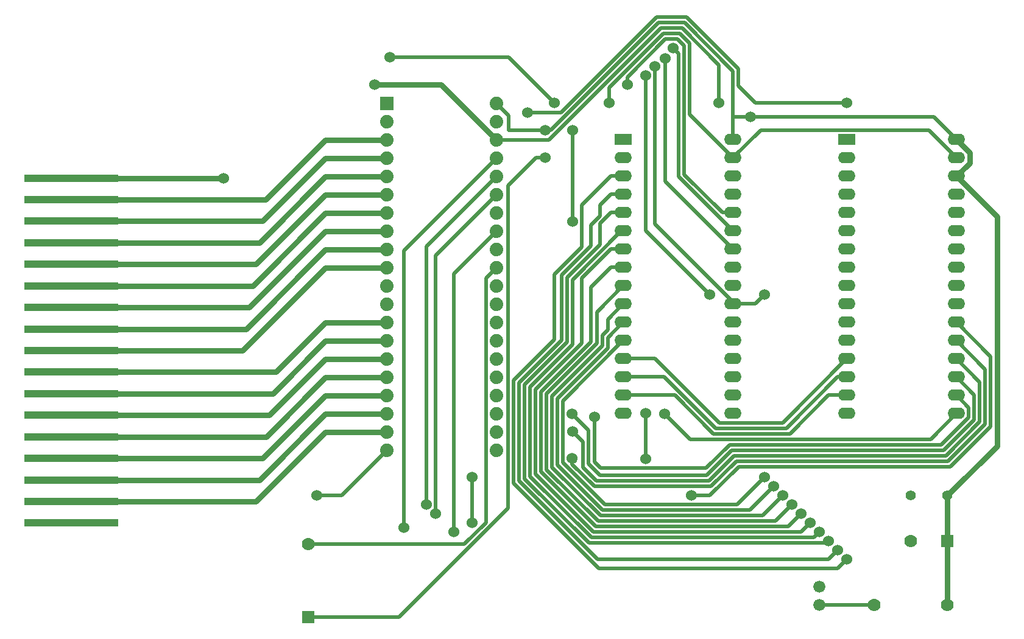
<source format=gtl>
G04 #@! TF.GenerationSoftware,KiCad,Pcbnew,5.1.10*
G04 #@! TF.CreationDate,2021-09-01T18:01:51-07:00*
G04 #@! TF.ProjectId,rx5cart,72783563-6172-4742-9e6b-696361645f70,1*
G04 #@! TF.SameCoordinates,Original*
G04 #@! TF.FileFunction,Copper,L1,Top*
G04 #@! TF.FilePolarity,Positive*
%FSLAX46Y46*%
G04 Gerber Fmt 4.6, Leading zero omitted, Abs format (unit mm)*
G04 Created by KiCad (PCBNEW 5.1.10) date 2021-09-01 18:01:51*
%MOMM*%
%LPD*%
G01*
G04 APERTURE LIST*
G04 #@! TA.AperFunction,ComponentPad*
%ADD10C,1.676400*%
G04 #@! TD*
G04 #@! TA.AperFunction,ComponentPad*
%ADD11O,2.400000X1.600000*%
G04 #@! TD*
G04 #@! TA.AperFunction,ComponentPad*
%ADD12R,2.400000X1.600000*%
G04 #@! TD*
G04 #@! TA.AperFunction,ComponentPad*
%ADD13R,1.879600X1.879600*%
G04 #@! TD*
G04 #@! TA.AperFunction,ComponentPad*
%ADD14C,1.879600*%
G04 #@! TD*
G04 #@! TA.AperFunction,ComponentPad*
%ADD15C,1.778000*%
G04 #@! TD*
G04 #@! TA.AperFunction,ConnectorPad*
%ADD16R,12.999720X1.099820*%
G04 #@! TD*
G04 #@! TA.AperFunction,ComponentPad*
%ADD17R,1.778000X1.778000*%
G04 #@! TD*
G04 #@! TA.AperFunction,ComponentPad*
%ADD18C,1.397000*%
G04 #@! TD*
G04 #@! TA.AperFunction,ViaPad*
%ADD19C,1.524000*%
G04 #@! TD*
G04 #@! TA.AperFunction,Conductor*
%ADD20C,0.762000*%
G04 #@! TD*
G04 #@! TA.AperFunction,Conductor*
%ADD21C,0.508000*%
G04 #@! TD*
G04 APERTURE END LIST*
D10*
X143510000Y-119380000D03*
X143510000Y-116840000D03*
D11*
X162560000Y-54626600D03*
X147320000Y-92726600D03*
X162560000Y-57166600D03*
X147320000Y-90186600D03*
X162560000Y-59706600D03*
X147320000Y-87646600D03*
X162560000Y-62246600D03*
X147320000Y-85106600D03*
X162560000Y-64786600D03*
X147320000Y-82566600D03*
X162560000Y-67326600D03*
X147320000Y-80026600D03*
X162560000Y-69866600D03*
X147320000Y-77486600D03*
X162560000Y-72406600D03*
X147320000Y-74946600D03*
X162560000Y-74946600D03*
X147320000Y-72406600D03*
X162560000Y-77486600D03*
X147320000Y-69866600D03*
X162560000Y-80026600D03*
X147320000Y-67326600D03*
X162560000Y-82566600D03*
X147320000Y-64786600D03*
X162560000Y-85106600D03*
X147320000Y-62246600D03*
X162560000Y-87646600D03*
X147320000Y-59706600D03*
X162560000Y-90186600D03*
X147320000Y-57166600D03*
X162560000Y-92726600D03*
D12*
X147320000Y-54626600D03*
D11*
X131496001Y-54626600D03*
X116256001Y-92726600D03*
X131496001Y-57166600D03*
X116256001Y-90186600D03*
X131496001Y-59706600D03*
X116256001Y-87646600D03*
X131496001Y-62246600D03*
X116256001Y-85106600D03*
X131496001Y-64786600D03*
X116256001Y-82566600D03*
X131496001Y-67326600D03*
X116256001Y-80026600D03*
X131496001Y-69866600D03*
X116256001Y-77486600D03*
X131496001Y-72406600D03*
X116256001Y-74946600D03*
X131496001Y-74946600D03*
X116256001Y-72406600D03*
X131496001Y-77486600D03*
X116256001Y-69866600D03*
X131496001Y-80026600D03*
X116256001Y-67326600D03*
X131496001Y-82566600D03*
X116256001Y-64786600D03*
X131496001Y-85106600D03*
X116256001Y-62246600D03*
X131496001Y-87646600D03*
X116256001Y-59706600D03*
X131496001Y-90186600D03*
X116256001Y-57166600D03*
X131496001Y-92726600D03*
D12*
X116256001Y-54626600D03*
D13*
X83365340Y-49593500D03*
D14*
X83365340Y-52133500D03*
X83365340Y-54673500D03*
X83365340Y-57213500D03*
X83365340Y-59753500D03*
X83365340Y-62293500D03*
X83365340Y-64833500D03*
X83365340Y-67373500D03*
X83365340Y-69913500D03*
X83365340Y-72453500D03*
X83365340Y-74993500D03*
X83365340Y-77533500D03*
X83365340Y-80073500D03*
X83365340Y-82613500D03*
X83365340Y-85153500D03*
X83365340Y-87693500D03*
X83365340Y-90233500D03*
X83365340Y-92773500D03*
X83365340Y-95313500D03*
X83365340Y-97853500D03*
X98605340Y-97853500D03*
X98605340Y-95313500D03*
X98605340Y-92773500D03*
X98605340Y-90233500D03*
X98605340Y-87693500D03*
X98605340Y-85153500D03*
X98605340Y-82613500D03*
X98605340Y-80073500D03*
X98605340Y-77533500D03*
X98605340Y-74993500D03*
X98605340Y-72453500D03*
X98605340Y-69913500D03*
X98605340Y-67373500D03*
X98605340Y-64833500D03*
X98605340Y-62293500D03*
X98605340Y-59753500D03*
X98605340Y-57213500D03*
X98605340Y-54673500D03*
X98605340Y-52133500D03*
X98605340Y-49593500D03*
D15*
X161290000Y-119380000D03*
X151130000Y-119380000D03*
D16*
X39509700Y-59969400D03*
X39509700Y-62969140D03*
X39509700Y-65971420D03*
X39509700Y-68971160D03*
X39509700Y-71970900D03*
X39509700Y-74970640D03*
X39509700Y-77970380D03*
X39509700Y-80970120D03*
X39509700Y-83969860D03*
X39509700Y-86969600D03*
X39509700Y-89969340D03*
X39509700Y-92969080D03*
X39509700Y-95971360D03*
X39509700Y-98971100D03*
X39509700Y-101970840D03*
X39509700Y-104970580D03*
X39509700Y-107970320D03*
D15*
X72443340Y-110934500D03*
D17*
X72443340Y-121094500D03*
D18*
X161290000Y-104140000D03*
X156210000Y-104140000D03*
D17*
X161290000Y-110490000D03*
D15*
X156210000Y-110490000D03*
D19*
X135890000Y-101600000D03*
X137160000Y-102870000D03*
X120650000Y-44450000D03*
X135890000Y-76200000D03*
X119380000Y-45720000D03*
X128270000Y-76200000D03*
X146050000Y-111760000D03*
X116840000Y-46990000D03*
X147320000Y-113030000D03*
X73660000Y-104140000D03*
X114300000Y-49530000D03*
X92710000Y-109220000D03*
X102933500Y-50863500D03*
X147320000Y-49530000D03*
X138430000Y-104140000D03*
X139700000Y-105410000D03*
X140970000Y-106680000D03*
X142240000Y-107950000D03*
X143510000Y-109220000D03*
X144780000Y-110490000D03*
X123190000Y-41910000D03*
X122073999Y-43333999D03*
X121974610Y-92764610D03*
X112213380Y-93163380D03*
X109134558Y-92795442D03*
X109220000Y-95250000D03*
X109156500Y-98996500D03*
X109220000Y-66040000D03*
X109220000Y-53340000D03*
X106680000Y-49530000D03*
X83820000Y-43180000D03*
X119380000Y-92710000D03*
X119380000Y-99060000D03*
X95250000Y-101600000D03*
X95250000Y-107950000D03*
X105410000Y-53340000D03*
X105410000Y-57150000D03*
X133933999Y-51486001D03*
X88900000Y-105410000D03*
X90170000Y-106680000D03*
X125730000Y-104140000D03*
X85725000Y-108585000D03*
X60680600Y-59969400D03*
X81670207Y-46990000D03*
X129540000Y-49530000D03*
D20*
X39509700Y-62969140D02*
X66570860Y-62969140D01*
X74866500Y-54673500D02*
X83365340Y-54673500D01*
X66570860Y-62969140D02*
X74866500Y-54673500D01*
D21*
X107864557Y-99584159D02*
X113690398Y-105410000D01*
X107864557Y-90958044D02*
X107864557Y-99584159D01*
X116256001Y-82566600D02*
X107864557Y-90958044D01*
X113690398Y-105410000D02*
X132080000Y-105410000D01*
X132080000Y-105410000D02*
X135890000Y-101600000D01*
X135890000Y-101600000D02*
X135890000Y-101600000D01*
D20*
X39509700Y-65971420D02*
X66108580Y-65971420D01*
X74866500Y-57213500D02*
X83365340Y-57213500D01*
X66108580Y-65971420D02*
X74866500Y-57213500D01*
D21*
X116256001Y-80026600D02*
X114112478Y-82170123D01*
X114112478Y-82170123D02*
X114112478Y-83632478D01*
X113374764Y-106172010D02*
X133857990Y-106172010D01*
X107102547Y-99899793D02*
X113374764Y-106172010D01*
X107102547Y-90642410D02*
X107102547Y-99899793D01*
X114112478Y-83632478D02*
X107102547Y-90642410D01*
X133857990Y-106172010D02*
X137160000Y-102870000D01*
X137160000Y-102870000D02*
X137160000Y-102870000D01*
D20*
X39509700Y-92969080D02*
X67050920Y-92969080D01*
X74866500Y-85153500D02*
X83365340Y-85153500D01*
X67050920Y-92969080D02*
X74866500Y-85153500D01*
D21*
X131496001Y-77196405D02*
X131496001Y-77486600D01*
X120650000Y-66350404D02*
X131496001Y-77196405D01*
X120650000Y-44450000D02*
X120650000Y-66350404D01*
X131496001Y-77486600D02*
X134603400Y-77486600D01*
X134603400Y-77486600D02*
X135890000Y-76200000D01*
X135890000Y-76200000D02*
X135890000Y-76200000D01*
D20*
X39509700Y-95971360D02*
X66588640Y-95971360D01*
X74866500Y-87693500D02*
X83365340Y-87693500D01*
X66588640Y-95971360D02*
X74866500Y-87693500D01*
D21*
X119380000Y-45720000D02*
X119380000Y-67310000D01*
X119380000Y-67310000D02*
X128270000Y-76200000D01*
X128270000Y-76200000D02*
X128270000Y-76200000D01*
D20*
X39509700Y-98971100D02*
X66128900Y-98971100D01*
X74866500Y-90233500D02*
X83365340Y-90233500D01*
X66128900Y-98971100D02*
X74866500Y-90233500D01*
D21*
X113030000Y-63764601D02*
X113030000Y-65226957D01*
X114548001Y-62246600D02*
X113030000Y-63764601D01*
X116256001Y-62246600D02*
X114548001Y-62246600D01*
X111760000Y-66496957D02*
X111760000Y-69421669D01*
X113030000Y-65226957D02*
X111760000Y-66496957D01*
X111760000Y-69421669D02*
X107695980Y-73485689D01*
X107695980Y-73485689D02*
X107695980Y-82495800D01*
X101768477Y-102109231D02*
X101768479Y-102109233D01*
X101768477Y-88423303D02*
X101768477Y-102109231D01*
X107695980Y-82495800D02*
X101768477Y-88423303D01*
X101768479Y-102109233D02*
X110319623Y-110660377D01*
X110319623Y-110660377D02*
X112689246Y-113030000D01*
X112689246Y-113030000D02*
X144780000Y-113030000D01*
X144780000Y-113030000D02*
X146050000Y-111760000D01*
X146050000Y-111760000D02*
X146050000Y-111760000D01*
D20*
X39509700Y-101970840D02*
X65669160Y-101970840D01*
X74866500Y-92773500D02*
X83365340Y-92773500D01*
X65669160Y-101970840D02*
X74866500Y-92773500D01*
D21*
X122112371Y-40639999D02*
X123799601Y-40639999D01*
X116840000Y-45912370D02*
X122112371Y-40639999D01*
X123799601Y-40639999D02*
X124714009Y-41554407D01*
X116840000Y-46990000D02*
X116840000Y-45912370D01*
X124714009Y-41554407D02*
X124714009Y-59466964D01*
X130033645Y-64786600D02*
X131496001Y-64786600D01*
X124714009Y-59466964D02*
X130033645Y-64786600D01*
D20*
X39509700Y-104970580D02*
X65209420Y-104970580D01*
X74866500Y-95313500D02*
X83365340Y-95313500D01*
X65209420Y-104970580D02*
X74866500Y-95313500D01*
D21*
X110490000Y-63764601D02*
X110490000Y-69614025D01*
X114548001Y-59706600D02*
X110490000Y-63764601D01*
X116256001Y-59706600D02*
X114548001Y-59706600D01*
X106680000Y-73424025D02*
X106680000Y-82434136D01*
X110490000Y-69614025D02*
X106680000Y-73424025D01*
X101006467Y-88107669D02*
X101006467Y-102424865D01*
X101006467Y-102424865D02*
X112881602Y-114300000D01*
X106680000Y-82434136D02*
X101006467Y-88107669D01*
X112881602Y-114300000D02*
X146050000Y-114300000D01*
X146050000Y-114300000D02*
X147320000Y-113030000D01*
X147320000Y-113030000D02*
X147320000Y-113030000D01*
X77078840Y-104140000D02*
X83365340Y-97853500D01*
X73660000Y-104140000D02*
X77078840Y-104140000D01*
X121796737Y-39877989D02*
X124115235Y-39877989D01*
X114300000Y-47374726D02*
X121796737Y-39877989D01*
X114300000Y-49530000D02*
X114300000Y-47374726D01*
X125476017Y-51146616D02*
X131496001Y-57166600D01*
X125476017Y-41238771D02*
X125476017Y-51146616D01*
X124115235Y-39877989D02*
X125476017Y-41238771D01*
X158711999Y-53318599D02*
X162560000Y-57166600D01*
X135344002Y-53318599D02*
X158711999Y-53318599D01*
X131496001Y-57166600D02*
X135344002Y-53318599D01*
X92710000Y-73268840D02*
X98605340Y-67373500D01*
X92710000Y-109220000D02*
X92710000Y-73268840D01*
X144780000Y-49530000D02*
X147320000Y-49530000D01*
X134620000Y-49530000D02*
X144780000Y-49530000D01*
X132258011Y-47168011D02*
X134620000Y-49530000D01*
X132258011Y-44787833D02*
X132258011Y-47168011D01*
X125062139Y-37591961D02*
X132258011Y-44787833D01*
X120849833Y-37591961D02*
X125062139Y-37591961D01*
X107578294Y-50863500D02*
X120849833Y-37591961D01*
X102933500Y-50863500D02*
X107578294Y-50863500D01*
D20*
X39509700Y-68971160D02*
X65648840Y-68971160D01*
X74866500Y-59753500D02*
X83365340Y-59753500D01*
X65648840Y-68971160D02*
X74866500Y-59753500D01*
D21*
X116256001Y-77486600D02*
X114112478Y-79630123D01*
X114112478Y-79630123D02*
X114112478Y-81092479D01*
X113350470Y-81854487D02*
X113350470Y-83316843D01*
X114112478Y-81092479D02*
X113350470Y-81854487D01*
X106340537Y-100215427D02*
X113059130Y-106934020D01*
X106340537Y-90326776D02*
X106340537Y-100215427D01*
X113350470Y-83316843D02*
X106340537Y-90326776D01*
X113059130Y-106934020D02*
X135635980Y-106934020D01*
X135635980Y-106934020D02*
X138430000Y-104140000D01*
X138430000Y-104140000D02*
X138430000Y-104140000D01*
D20*
X39509700Y-71970900D02*
X65189100Y-71970900D01*
X74866500Y-62293500D02*
X83365340Y-62293500D01*
X65189100Y-71970900D02*
X74866500Y-62293500D01*
D21*
X116256001Y-74946600D02*
X112588460Y-78614141D01*
X112588460Y-78614141D02*
X112588460Y-81538853D01*
X112588460Y-81538853D02*
X112588460Y-82991540D01*
X112588460Y-82991540D02*
X105578527Y-90001473D01*
X112743496Y-107696030D02*
X137413970Y-107696030D01*
X105578527Y-100531061D02*
X112743496Y-107696030D01*
X105578527Y-90001473D02*
X105578527Y-100531061D01*
X137413970Y-107696030D02*
X139700000Y-105410000D01*
X139700000Y-105410000D02*
X139700000Y-105410000D01*
D20*
X39509700Y-74970640D02*
X64729360Y-74970640D01*
X74866500Y-64833500D02*
X83365340Y-64833500D01*
X64729360Y-74970640D02*
X74866500Y-64833500D01*
D21*
X114548001Y-72406600D02*
X111760000Y-75194601D01*
X116256001Y-72406600D02*
X114548001Y-72406600D01*
X111760000Y-75194601D02*
X111760000Y-80010000D01*
X111760000Y-82742356D02*
X104816517Y-89685839D01*
X111760000Y-80010000D02*
X111760000Y-82742356D01*
X112427862Y-108458040D02*
X139191960Y-108458040D01*
X104816517Y-100846695D02*
X112427862Y-108458040D01*
X104816517Y-89685839D02*
X104816517Y-100846695D01*
X139191960Y-108458040D02*
X140970000Y-106680000D01*
X140970000Y-106680000D02*
X140970000Y-106680000D01*
D20*
X39509700Y-77970380D02*
X64269620Y-77970380D01*
X74866500Y-67373500D02*
X83365340Y-67373500D01*
X64269620Y-77970380D02*
X74866500Y-67373500D01*
D21*
X110490000Y-73924601D02*
X110490000Y-82934712D01*
X114548001Y-69866600D02*
X110490000Y-73924601D01*
X116256001Y-69866600D02*
X114548001Y-69866600D01*
X104054507Y-101162329D02*
X112112228Y-109220050D01*
X104054507Y-89370205D02*
X104054507Y-101162329D01*
X110490000Y-82934712D02*
X104054507Y-89370205D01*
X112112228Y-109220050D02*
X140969950Y-109220050D01*
X140969950Y-109220050D02*
X142240000Y-107950000D01*
X142240000Y-107950000D02*
X142240000Y-107950000D01*
D20*
X39509700Y-80970120D02*
X63809880Y-80970120D01*
X74866500Y-69913500D02*
X83365340Y-69913500D01*
X63809880Y-80970120D02*
X74866500Y-69913500D01*
D21*
X116256001Y-67326600D02*
X116010357Y-67326600D01*
X109220000Y-74116957D02*
X109220000Y-83127068D01*
X116010357Y-67326600D02*
X109220000Y-74116957D01*
X103292497Y-101477963D02*
X103292499Y-101477965D01*
X103292497Y-89054571D02*
X103292497Y-101477963D01*
X109220000Y-83127068D02*
X103292497Y-89054571D01*
X111796594Y-109982060D02*
X142747940Y-109982060D01*
X103292499Y-101477965D02*
X111796594Y-109982060D01*
X142747940Y-109982060D02*
X143510000Y-109220000D01*
X143510000Y-109220000D02*
X143510000Y-109220000D01*
D20*
X39509700Y-83969860D02*
X63350140Y-83969860D01*
X74866500Y-72453500D02*
X83365340Y-72453500D01*
X63350140Y-83969860D02*
X74866500Y-72453500D01*
D21*
X113030000Y-66304601D02*
X113030000Y-69229313D01*
X114548001Y-64786600D02*
X113030000Y-66304601D01*
X116256001Y-64786600D02*
X114548001Y-64786600D01*
X113030000Y-69229313D02*
X108909656Y-73349657D01*
X108457990Y-73801323D02*
X108457990Y-82811434D01*
X108909656Y-73349657D02*
X108457990Y-73801323D01*
X108457990Y-82811434D02*
X102530487Y-88738937D01*
X111480960Y-110744070D02*
X144525930Y-110744070D01*
X102530487Y-101793597D02*
X111480960Y-110744070D01*
X102530487Y-88738937D02*
X102530487Y-101793597D01*
X144525930Y-110744070D02*
X144780000Y-110490000D01*
X144780000Y-110490000D02*
X144780000Y-110490000D01*
D20*
X39509700Y-86969600D02*
X67970400Y-86969600D01*
X74866500Y-80073500D02*
X83365340Y-80073500D01*
X67970400Y-86969600D02*
X74866500Y-80073500D01*
D21*
X123951999Y-59782598D02*
X131496001Y-67326600D01*
X123951999Y-42671999D02*
X123951999Y-59782598D01*
X123190000Y-41910000D02*
X123951999Y-42671999D01*
D20*
X39509700Y-89969340D02*
X67510660Y-89969340D01*
X74866500Y-82613500D02*
X83365340Y-82613500D01*
X67510660Y-89969340D02*
X74866500Y-82613500D01*
D21*
X122073999Y-60444598D02*
X131496001Y-69866600D01*
X122073999Y-43333999D02*
X122073999Y-60444598D01*
X116256001Y-85106600D02*
X120666600Y-85106600D01*
X138391990Y-94034610D02*
X147320000Y-85106600D01*
X129594610Y-94034610D02*
X138391990Y-94034610D01*
X120666600Y-85106600D02*
X129594610Y-94034610D01*
X116256001Y-87646600D02*
X121936600Y-87646600D01*
X129086620Y-94796620D02*
X138883380Y-94796620D01*
X121936600Y-87646600D02*
X129086620Y-94796620D01*
X138883380Y-94796620D02*
X146050000Y-87630000D01*
X146066600Y-87646600D02*
X147320000Y-87646600D01*
X146050000Y-87630000D02*
X146066600Y-87646600D01*
X123398956Y-90186600D02*
X128770986Y-95558630D01*
X116256001Y-90186600D02*
X123398956Y-90186600D01*
X128770986Y-95558630D02*
X139391370Y-95558630D01*
X144763400Y-90186600D02*
X147320000Y-90186600D01*
X139391370Y-95558630D02*
X144763400Y-90186600D01*
X158965960Y-96320640D02*
X162560000Y-92726600D01*
X125530640Y-96320640D02*
X158965960Y-96320640D01*
X121974610Y-92764610D02*
X125530640Y-96320640D01*
X112213380Y-99451716D02*
X112213380Y-93163380D01*
X113091664Y-100330000D02*
X112213380Y-99451716D01*
X127769424Y-100330000D02*
X113091664Y-100330000D01*
X131016774Y-97082650D02*
X127769424Y-100330000D01*
X160453755Y-97082650D02*
X131016774Y-97082650D01*
X164268010Y-91894610D02*
X164268010Y-93268395D01*
X164268010Y-93268395D02*
X160453755Y-97082650D01*
X162560000Y-90186600D02*
X164268010Y-91894610D01*
X165030020Y-90116620D02*
X162560000Y-87646600D01*
X165030020Y-93584029D02*
X165030020Y-90116620D01*
X160769389Y-97844660D02*
X165030020Y-93584029D01*
X131332408Y-97844660D02*
X127831088Y-101345980D01*
X160769389Y-97844660D02*
X131332408Y-97844660D01*
X127831088Y-101345980D02*
X113030000Y-101345980D01*
X111389853Y-95050737D02*
X109134558Y-92795442D01*
X111389853Y-99705833D02*
X111389853Y-95050737D01*
X113030000Y-101345980D02*
X111389853Y-99705833D01*
X161085023Y-98606670D02*
X161085025Y-98606668D01*
X165792028Y-88338628D02*
X162560000Y-85106600D01*
X165792028Y-93899665D02*
X165792028Y-88338628D01*
X161085023Y-98606670D02*
X165792028Y-93899665D01*
X161085023Y-98606670D02*
X131648042Y-98606670D01*
X131648042Y-98606670D02*
X128146722Y-102107990D01*
X128146722Y-102107990D02*
X112543676Y-102107990D01*
X112543676Y-102107990D02*
X110627843Y-100192157D01*
X110627843Y-96657843D02*
X109220000Y-95250000D01*
X110627843Y-100192157D02*
X110627843Y-96657843D01*
X109528680Y-99368680D02*
X109156500Y-98996500D01*
X166554038Y-94215299D02*
X161400657Y-99368680D01*
X166554038Y-86560638D02*
X166554038Y-94215299D01*
X162560000Y-82566600D02*
X166554038Y-86560638D01*
X131963676Y-99368680D02*
X128462356Y-102870000D01*
X161400657Y-99368680D02*
X131963676Y-99368680D01*
X128462356Y-102870000D02*
X112228042Y-102870000D01*
X109156500Y-99798458D02*
X109156500Y-98996500D01*
X112228042Y-102870000D02*
X109156500Y-99798458D01*
X109220000Y-66040000D02*
X109220000Y-53340000D01*
X109220000Y-53340000D02*
X109220000Y-53340000D01*
X106680000Y-49530000D02*
X100330000Y-43180000D01*
X100330000Y-43180000D02*
X83820000Y-43180000D01*
X83820000Y-43180000D02*
X83820000Y-43180000D01*
X119380000Y-92710000D02*
X119380000Y-99060000D01*
X119380000Y-99060000D02*
X119380000Y-99060000D01*
X95250000Y-101600000D02*
X95250000Y-107950000D01*
X95250000Y-107950000D02*
X95250000Y-107950000D01*
X121165467Y-38353971D02*
X124746505Y-38353971D01*
X106179438Y-53340000D02*
X121165467Y-38353971D01*
X100330000Y-53340000D02*
X105410000Y-53340000D01*
X124746505Y-38353971D02*
X131496001Y-45103467D01*
X100330000Y-51318160D02*
X100330000Y-53340000D01*
X98605340Y-49593500D02*
X100330000Y-51318160D01*
X159419401Y-51486001D02*
X162560000Y-54626600D01*
X131496001Y-51486001D02*
X133933999Y-51486001D01*
X131496001Y-45103467D02*
X131496001Y-51486001D01*
X131496001Y-51486001D02*
X131496001Y-54626600D01*
X105410000Y-53340000D02*
X106179438Y-53340000D01*
X105410000Y-57150000D02*
X105410000Y-57150000D01*
X133933999Y-51486001D02*
X159419401Y-51486001D01*
D20*
X164395010Y-57871590D02*
X162560000Y-59706600D01*
X164395010Y-56461610D02*
X164395010Y-57871590D01*
X162560000Y-54626600D02*
X164395010Y-56461610D01*
X168205058Y-97224942D02*
X161290000Y-104140000D01*
X168205058Y-65351658D02*
X168205058Y-97224942D01*
X162560000Y-59706600D02*
X168205058Y-65351658D01*
X161290000Y-104140000D02*
X161290000Y-110490000D01*
X161290000Y-110490000D02*
X161290000Y-119380000D01*
D21*
X104140000Y-57150000D02*
X105410000Y-57150000D01*
X100244457Y-105912789D02*
X100244457Y-61045543D01*
X100244457Y-61045543D02*
X104140000Y-57150000D01*
X85062746Y-121094500D02*
X100244457Y-105912789D01*
X72443340Y-121094500D02*
X85062746Y-121094500D01*
X97157539Y-73901301D02*
X98605340Y-72453500D01*
X97157539Y-107922063D02*
X97157539Y-73901301D01*
X94145102Y-110934500D02*
X97157539Y-107922063D01*
X72443340Y-110934500D02*
X94145102Y-110934500D01*
X151130000Y-119380000D02*
X143510000Y-119380000D01*
X88900000Y-69458840D02*
X98605340Y-59753500D01*
X88900000Y-105410000D02*
X88900000Y-69458840D01*
X90170000Y-70728840D02*
X98605340Y-62293500D01*
X90170000Y-106680000D02*
X90170000Y-70728840D01*
X167316048Y-84782648D02*
X162560000Y-80026600D01*
X167316048Y-94530933D02*
X167316048Y-84782648D01*
X161716291Y-100130690D02*
X167316048Y-94530933D01*
X132279310Y-100130690D02*
X161716291Y-100130690D01*
X128270000Y-104140000D02*
X132279310Y-100130690D01*
X125730000Y-104140000D02*
X128270000Y-104140000D01*
X85725000Y-70093840D02*
X98605340Y-57213500D01*
X85725000Y-108585000D02*
X85725000Y-70093840D01*
D20*
X39509700Y-59969400D02*
X60680600Y-59969400D01*
X60680600Y-59969400D02*
X60680600Y-59969400D01*
X60680600Y-59969400D02*
X60680600Y-59969400D01*
X90921840Y-46990000D02*
X98605340Y-54673500D01*
X81670207Y-46990000D02*
X90921840Y-46990000D01*
D21*
X98605340Y-54673500D02*
X105923582Y-54673500D01*
X105923582Y-54673500D02*
X113537992Y-47059090D01*
X124430869Y-39115979D02*
X129540000Y-44225110D01*
X121481103Y-39115979D02*
X124430869Y-39115979D01*
X113537992Y-47059090D02*
X121481103Y-39115979D01*
X129540000Y-44225110D02*
X129540000Y-49530000D01*
X129540000Y-49530000D02*
X129540000Y-49530000D01*
M02*

</source>
